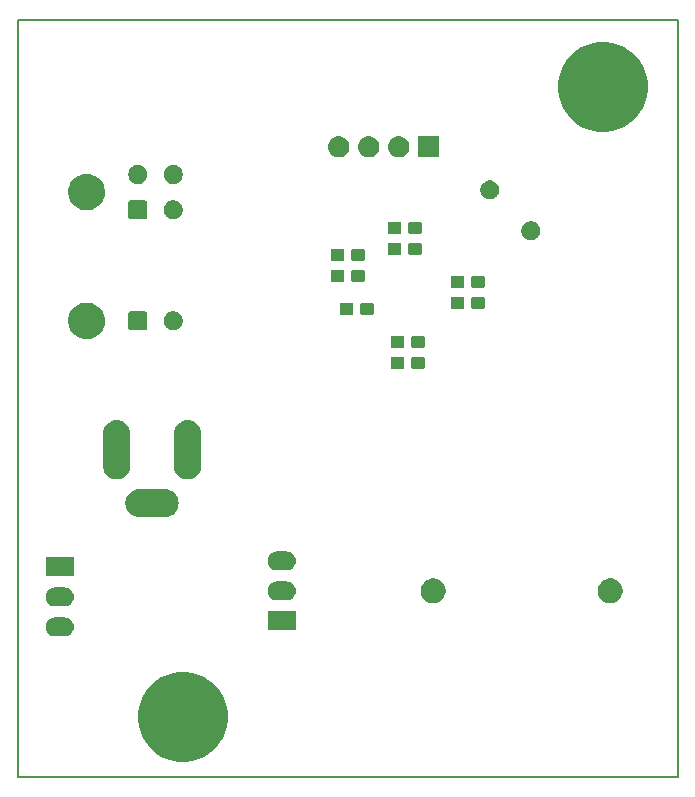
<source format=gbr>
%TF.GenerationSoftware,KiCad,Pcbnew,(5.0.2)-1*%
%TF.CreationDate,2019-02-18T18:23:53-07:00*%
%TF.ProjectId,ParkingSystem,5061726b-696e-4675-9379-7374656d2e6b,v01*%
%TF.SameCoordinates,Original*%
%TF.FileFunction,Soldermask,Bot*%
%TF.FilePolarity,Negative*%
%FSLAX46Y46*%
G04 Gerber Fmt 4.6, Leading zero omitted, Abs format (unit mm)*
G04 Created by KiCad (PCBNEW (5.0.2)-1) date 2019-02-18 6:23:53 PM*
%MOMM*%
%LPD*%
G01*
G04 APERTURE LIST*
%ADD10C,0.200000*%
%ADD11C,0.150000*%
G04 APERTURE END LIST*
D10*
X124460000Y-99060000D02*
X68580000Y-99060000D01*
X124460000Y-35000000D02*
X124460000Y-99060000D01*
X68580000Y-35000000D02*
X124460000Y-35000000D01*
X68580000Y-99060000D02*
X68580000Y-35000000D01*
D11*
G36*
X83658710Y-90325070D02*
X84350447Y-90611597D01*
X84972999Y-91027573D01*
X85502427Y-91557001D01*
X85918403Y-92179553D01*
X86204930Y-92871290D01*
X86351000Y-93605633D01*
X86351000Y-94354367D01*
X86204930Y-95088710D01*
X85918403Y-95780447D01*
X85502427Y-96402999D01*
X84972999Y-96932427D01*
X84350447Y-97348403D01*
X83658710Y-97634930D01*
X82924367Y-97781000D01*
X82175633Y-97781000D01*
X81441290Y-97634930D01*
X80749553Y-97348403D01*
X80127001Y-96932427D01*
X79597573Y-96402999D01*
X79181597Y-95780447D01*
X78895070Y-95088710D01*
X78749000Y-94354367D01*
X78749000Y-93605633D01*
X78895070Y-92871290D01*
X79181597Y-92179553D01*
X79597573Y-91557001D01*
X80127001Y-91027573D01*
X80749553Y-90611597D01*
X81441290Y-90325070D01*
X82175633Y-90179000D01*
X82924367Y-90179000D01*
X83658710Y-90325070D01*
X83658710Y-90325070D01*
G37*
G36*
X72693025Y-85570590D02*
X72844012Y-85616392D01*
X72983165Y-85690770D01*
X73105133Y-85790867D01*
X73205230Y-85912835D01*
X73279608Y-86051988D01*
X73325410Y-86202975D01*
X73340875Y-86360000D01*
X73325410Y-86517025D01*
X73279608Y-86668012D01*
X73205230Y-86807165D01*
X73105133Y-86929133D01*
X72983165Y-87029230D01*
X72844012Y-87103608D01*
X72693025Y-87149410D01*
X72575346Y-87161000D01*
X71696654Y-87161000D01*
X71578975Y-87149410D01*
X71427988Y-87103608D01*
X71288835Y-87029230D01*
X71166867Y-86929133D01*
X71066770Y-86807165D01*
X70992392Y-86668012D01*
X70946590Y-86517025D01*
X70931125Y-86360000D01*
X70946590Y-86202975D01*
X70992392Y-86051988D01*
X71066770Y-85912835D01*
X71166867Y-85790867D01*
X71288835Y-85690770D01*
X71427988Y-85616392D01*
X71578975Y-85570590D01*
X71696654Y-85559000D01*
X72575346Y-85559000D01*
X72693025Y-85570590D01*
X72693025Y-85570590D01*
G37*
G36*
X92133000Y-86653000D02*
X89731000Y-86653000D01*
X89731000Y-85051000D01*
X92133000Y-85051000D01*
X92133000Y-86653000D01*
X92133000Y-86653000D01*
G37*
G36*
X72693025Y-83030590D02*
X72844012Y-83076392D01*
X72983165Y-83150770D01*
X73105133Y-83250867D01*
X73205230Y-83372835D01*
X73279608Y-83511988D01*
X73325410Y-83662975D01*
X73340875Y-83820000D01*
X73325410Y-83977025D01*
X73279608Y-84128012D01*
X73205230Y-84267165D01*
X73105133Y-84389133D01*
X72983165Y-84489230D01*
X72844012Y-84563608D01*
X72693025Y-84609410D01*
X72575346Y-84621000D01*
X71696654Y-84621000D01*
X71578975Y-84609410D01*
X71427988Y-84563608D01*
X71288835Y-84489230D01*
X71166867Y-84389133D01*
X71066770Y-84267165D01*
X70992392Y-84128012D01*
X70946590Y-83977025D01*
X70931125Y-83820000D01*
X70946590Y-83662975D01*
X70992392Y-83511988D01*
X71066770Y-83372835D01*
X71166867Y-83250867D01*
X71288835Y-83150770D01*
X71427988Y-83076392D01*
X71578975Y-83030590D01*
X71696654Y-83019000D01*
X72575346Y-83019000D01*
X72693025Y-83030590D01*
X72693025Y-83030590D01*
G37*
G36*
X119058565Y-82301389D02*
X119249834Y-82380615D01*
X119421976Y-82495637D01*
X119568363Y-82642024D01*
X119683385Y-82814166D01*
X119762611Y-83005435D01*
X119803000Y-83208484D01*
X119803000Y-83415516D01*
X119762611Y-83618565D01*
X119683385Y-83809834D01*
X119568363Y-83981976D01*
X119421976Y-84128363D01*
X119249834Y-84243385D01*
X119058565Y-84322611D01*
X118855516Y-84363000D01*
X118648484Y-84363000D01*
X118445435Y-84322611D01*
X118254166Y-84243385D01*
X118082024Y-84128363D01*
X117935637Y-83981976D01*
X117820615Y-83809834D01*
X117741389Y-83618565D01*
X117701000Y-83415516D01*
X117701000Y-83208484D01*
X117741389Y-83005435D01*
X117820615Y-82814166D01*
X117935637Y-82642024D01*
X118082024Y-82495637D01*
X118254166Y-82380615D01*
X118445435Y-82301389D01*
X118648484Y-82261000D01*
X118855516Y-82261000D01*
X119058565Y-82301389D01*
X119058565Y-82301389D01*
G37*
G36*
X104058565Y-82301389D02*
X104249834Y-82380615D01*
X104421976Y-82495637D01*
X104568363Y-82642024D01*
X104683385Y-82814166D01*
X104762611Y-83005435D01*
X104803000Y-83208484D01*
X104803000Y-83415516D01*
X104762611Y-83618565D01*
X104683385Y-83809834D01*
X104568363Y-83981976D01*
X104421976Y-84128363D01*
X104249834Y-84243385D01*
X104058565Y-84322611D01*
X103855516Y-84363000D01*
X103648484Y-84363000D01*
X103445435Y-84322611D01*
X103254166Y-84243385D01*
X103082024Y-84128363D01*
X102935637Y-83981976D01*
X102820615Y-83809834D01*
X102741389Y-83618565D01*
X102701000Y-83415516D01*
X102701000Y-83208484D01*
X102741389Y-83005435D01*
X102820615Y-82814166D01*
X102935637Y-82642024D01*
X103082024Y-82495637D01*
X103254166Y-82380615D01*
X103445435Y-82301389D01*
X103648484Y-82261000D01*
X103855516Y-82261000D01*
X104058565Y-82301389D01*
X104058565Y-82301389D01*
G37*
G36*
X91489025Y-82522590D02*
X91640012Y-82568392D01*
X91779165Y-82642770D01*
X91901133Y-82742867D01*
X92001230Y-82864835D01*
X92075608Y-83003988D01*
X92121410Y-83154975D01*
X92136875Y-83312000D01*
X92121410Y-83469025D01*
X92075608Y-83620012D01*
X92001230Y-83759165D01*
X91901133Y-83881133D01*
X91779165Y-83981230D01*
X91640012Y-84055608D01*
X91489025Y-84101410D01*
X91371346Y-84113000D01*
X90492654Y-84113000D01*
X90374975Y-84101410D01*
X90223988Y-84055608D01*
X90084835Y-83981230D01*
X89962867Y-83881133D01*
X89862770Y-83759165D01*
X89788392Y-83620012D01*
X89742590Y-83469025D01*
X89727125Y-83312000D01*
X89742590Y-83154975D01*
X89788392Y-83003988D01*
X89862770Y-82864835D01*
X89962867Y-82742867D01*
X90084835Y-82642770D01*
X90223988Y-82568392D01*
X90374975Y-82522590D01*
X90492654Y-82511000D01*
X91371346Y-82511000D01*
X91489025Y-82522590D01*
X91489025Y-82522590D01*
G37*
G36*
X73337000Y-82081000D02*
X70935000Y-82081000D01*
X70935000Y-80479000D01*
X73337000Y-80479000D01*
X73337000Y-82081000D01*
X73337000Y-82081000D01*
G37*
G36*
X91489025Y-79982590D02*
X91640012Y-80028392D01*
X91779165Y-80102770D01*
X91901133Y-80202867D01*
X92001230Y-80324835D01*
X92075608Y-80463988D01*
X92121410Y-80614975D01*
X92136875Y-80772000D01*
X92121410Y-80929025D01*
X92075608Y-81080012D01*
X92001230Y-81219165D01*
X91901133Y-81341133D01*
X91779165Y-81441230D01*
X91640012Y-81515608D01*
X91489025Y-81561410D01*
X91371346Y-81573000D01*
X90492654Y-81573000D01*
X90374975Y-81561410D01*
X90223988Y-81515608D01*
X90084835Y-81441230D01*
X89962867Y-81341133D01*
X89862770Y-81219165D01*
X89788392Y-81080012D01*
X89742590Y-80929025D01*
X89727125Y-80772000D01*
X89742590Y-80614975D01*
X89788392Y-80463988D01*
X89862770Y-80324835D01*
X89962867Y-80202867D01*
X90084835Y-80102770D01*
X90223988Y-80028392D01*
X90374975Y-79982590D01*
X90492654Y-79971000D01*
X91371346Y-79971000D01*
X91489025Y-79982590D01*
X91489025Y-79982590D01*
G37*
G36*
X81177537Y-74711472D02*
X81263556Y-74719944D01*
X81410712Y-74764583D01*
X81484291Y-74786903D01*
X81593027Y-74845024D01*
X81687720Y-74895639D01*
X81687722Y-74895640D01*
X81687721Y-74895640D01*
X81866028Y-75041972D01*
X82012360Y-75220279D01*
X82121097Y-75423709D01*
X82121097Y-75423710D01*
X82188056Y-75644444D01*
X82210665Y-75874000D01*
X82188056Y-76103556D01*
X82143417Y-76250712D01*
X82121097Y-76324291D01*
X82062976Y-76433027D01*
X82012361Y-76527720D01*
X81866028Y-76706028D01*
X81687720Y-76852361D01*
X81593027Y-76902976D01*
X81484291Y-76961097D01*
X81410712Y-76983417D01*
X81263556Y-77028056D01*
X81177537Y-77036528D01*
X81091520Y-77045000D01*
X78816480Y-77045000D01*
X78730463Y-77036528D01*
X78644444Y-77028056D01*
X78497288Y-76983417D01*
X78423709Y-76961097D01*
X78314973Y-76902976D01*
X78220280Y-76852361D01*
X78041972Y-76706028D01*
X77895639Y-76527720D01*
X77845024Y-76433027D01*
X77786903Y-76324291D01*
X77764583Y-76250712D01*
X77719944Y-76103556D01*
X77697335Y-75874000D01*
X77719944Y-75644444D01*
X77786903Y-75423710D01*
X77786903Y-75423709D01*
X77895640Y-75220279D01*
X78041972Y-75041972D01*
X78220279Y-74895640D01*
X78220278Y-74895640D01*
X78220280Y-74895639D01*
X78314973Y-74845024D01*
X78423709Y-74786903D01*
X78497288Y-74764583D01*
X78644444Y-74719944D01*
X78730463Y-74711472D01*
X78816480Y-74703000D01*
X81091520Y-74703000D01*
X81177537Y-74711472D01*
X81177537Y-74711472D01*
G37*
G36*
X77183555Y-68889944D02*
X77330711Y-68934583D01*
X77404290Y-68956903D01*
X77584451Y-69053202D01*
X77607719Y-69065639D01*
X77786028Y-69211972D01*
X77786029Y-69211974D01*
X77786031Y-69211975D01*
X77895778Y-69345703D01*
X77932361Y-69390280D01*
X77982976Y-69484973D01*
X78041097Y-69593709D01*
X78063417Y-69667288D01*
X78108056Y-69814444D01*
X78125000Y-69986482D01*
X78125000Y-72761518D01*
X78108056Y-72933556D01*
X78063417Y-73080712D01*
X78041097Y-73154291D01*
X77982976Y-73263027D01*
X77932361Y-73357720D01*
X77786028Y-73536028D01*
X77607720Y-73682361D01*
X77513027Y-73732976D01*
X77404291Y-73791097D01*
X77330712Y-73813417D01*
X77183556Y-73858056D01*
X76954000Y-73880665D01*
X76724445Y-73858056D01*
X76577289Y-73813417D01*
X76503710Y-73791097D01*
X76394974Y-73732976D01*
X76300281Y-73682361D01*
X76121973Y-73536028D01*
X75975640Y-73357720D01*
X75925025Y-73263027D01*
X75866904Y-73154291D01*
X75844584Y-73080712D01*
X75799945Y-72933556D01*
X75783001Y-72761518D01*
X75783000Y-69986483D01*
X75799944Y-69814445D01*
X75866903Y-69593711D01*
X75866903Y-69593710D01*
X75975638Y-69390283D01*
X75975639Y-69390281D01*
X76121972Y-69211972D01*
X76121974Y-69211971D01*
X76121975Y-69211969D01*
X76300279Y-69065640D01*
X76300278Y-69065640D01*
X76300280Y-69065639D01*
X76394973Y-69015024D01*
X76503709Y-68956903D01*
X76577288Y-68934583D01*
X76724444Y-68889944D01*
X76954000Y-68867335D01*
X77183555Y-68889944D01*
X77183555Y-68889944D01*
G37*
G36*
X83183555Y-68889944D02*
X83330711Y-68934583D01*
X83404290Y-68956903D01*
X83584451Y-69053202D01*
X83607719Y-69065639D01*
X83786028Y-69211972D01*
X83786029Y-69211974D01*
X83786031Y-69211975D01*
X83895778Y-69345703D01*
X83932361Y-69390280D01*
X83982976Y-69484973D01*
X84041097Y-69593709D01*
X84063417Y-69667288D01*
X84108056Y-69814444D01*
X84125000Y-69986482D01*
X84125000Y-72761518D01*
X84108056Y-72933556D01*
X84063417Y-73080712D01*
X84041097Y-73154291D01*
X83982976Y-73263027D01*
X83932361Y-73357720D01*
X83786028Y-73536028D01*
X83607720Y-73682361D01*
X83513027Y-73732976D01*
X83404291Y-73791097D01*
X83330712Y-73813417D01*
X83183556Y-73858056D01*
X82954000Y-73880665D01*
X82724445Y-73858056D01*
X82577289Y-73813417D01*
X82503710Y-73791097D01*
X82394974Y-73732976D01*
X82300281Y-73682361D01*
X82121973Y-73536028D01*
X81975640Y-73357720D01*
X81925025Y-73263027D01*
X81866904Y-73154291D01*
X81844584Y-73080712D01*
X81799945Y-72933556D01*
X81783001Y-72761518D01*
X81783000Y-69986483D01*
X81799944Y-69814445D01*
X81866903Y-69593711D01*
X81866903Y-69593710D01*
X81975638Y-69390283D01*
X81975639Y-69390281D01*
X82121972Y-69211972D01*
X82121974Y-69211971D01*
X82121975Y-69211969D01*
X82300279Y-69065640D01*
X82300278Y-69065640D01*
X82300280Y-69065639D01*
X82394973Y-69015024D01*
X82503709Y-68956903D01*
X82577288Y-68934583D01*
X82724444Y-68889944D01*
X82954000Y-68867335D01*
X83183555Y-68889944D01*
X83183555Y-68889944D01*
G37*
G36*
X102889499Y-63486445D02*
X102926993Y-63497819D01*
X102961557Y-63516294D01*
X102991847Y-63541153D01*
X103016706Y-63571443D01*
X103035181Y-63606007D01*
X103046555Y-63643501D01*
X103051000Y-63688638D01*
X103051000Y-64327362D01*
X103046555Y-64372499D01*
X103035181Y-64409993D01*
X103016706Y-64444557D01*
X102991847Y-64474847D01*
X102961557Y-64499706D01*
X102926993Y-64518181D01*
X102889499Y-64529555D01*
X102844362Y-64534000D01*
X102105638Y-64534000D01*
X102060501Y-64529555D01*
X102023007Y-64518181D01*
X101988443Y-64499706D01*
X101958153Y-64474847D01*
X101933294Y-64444557D01*
X101914819Y-64409993D01*
X101903445Y-64372499D01*
X101899000Y-64327362D01*
X101899000Y-63688638D01*
X101903445Y-63643501D01*
X101914819Y-63606007D01*
X101933294Y-63571443D01*
X101958153Y-63541153D01*
X101988443Y-63516294D01*
X102023007Y-63497819D01*
X102060501Y-63486445D01*
X102105638Y-63482000D01*
X102844362Y-63482000D01*
X102889499Y-63486445D01*
X102889499Y-63486445D01*
G37*
G36*
X101139499Y-63486445D02*
X101176993Y-63497819D01*
X101211557Y-63516294D01*
X101241847Y-63541153D01*
X101266706Y-63571443D01*
X101285181Y-63606007D01*
X101296555Y-63643501D01*
X101301000Y-63688638D01*
X101301000Y-64327362D01*
X101296555Y-64372499D01*
X101285181Y-64409993D01*
X101266706Y-64444557D01*
X101241847Y-64474847D01*
X101211557Y-64499706D01*
X101176993Y-64518181D01*
X101139499Y-64529555D01*
X101094362Y-64534000D01*
X100355638Y-64534000D01*
X100310501Y-64529555D01*
X100273007Y-64518181D01*
X100238443Y-64499706D01*
X100208153Y-64474847D01*
X100183294Y-64444557D01*
X100164819Y-64409993D01*
X100153445Y-64372499D01*
X100149000Y-64327362D01*
X100149000Y-63688638D01*
X100153445Y-63643501D01*
X100164819Y-63606007D01*
X100183294Y-63571443D01*
X100208153Y-63541153D01*
X100238443Y-63516294D01*
X100273007Y-63497819D01*
X100310501Y-63486445D01*
X100355638Y-63482000D01*
X101094362Y-63482000D01*
X101139499Y-63486445D01*
X101139499Y-63486445D01*
G37*
G36*
X102889499Y-61708445D02*
X102926993Y-61719819D01*
X102961557Y-61738294D01*
X102991847Y-61763153D01*
X103016706Y-61793443D01*
X103035181Y-61828007D01*
X103046555Y-61865501D01*
X103051000Y-61910638D01*
X103051000Y-62549362D01*
X103046555Y-62594499D01*
X103035181Y-62631993D01*
X103016706Y-62666557D01*
X102991847Y-62696847D01*
X102961557Y-62721706D01*
X102926993Y-62740181D01*
X102889499Y-62751555D01*
X102844362Y-62756000D01*
X102105638Y-62756000D01*
X102060501Y-62751555D01*
X102023007Y-62740181D01*
X101988443Y-62721706D01*
X101958153Y-62696847D01*
X101933294Y-62666557D01*
X101914819Y-62631993D01*
X101903445Y-62594499D01*
X101899000Y-62549362D01*
X101899000Y-61910638D01*
X101903445Y-61865501D01*
X101914819Y-61828007D01*
X101933294Y-61793443D01*
X101958153Y-61763153D01*
X101988443Y-61738294D01*
X102023007Y-61719819D01*
X102060501Y-61708445D01*
X102105638Y-61704000D01*
X102844362Y-61704000D01*
X102889499Y-61708445D01*
X102889499Y-61708445D01*
G37*
G36*
X101139499Y-61708445D02*
X101176993Y-61719819D01*
X101211557Y-61738294D01*
X101241847Y-61763153D01*
X101266706Y-61793443D01*
X101285181Y-61828007D01*
X101296555Y-61865501D01*
X101301000Y-61910638D01*
X101301000Y-62549362D01*
X101296555Y-62594499D01*
X101285181Y-62631993D01*
X101266706Y-62666557D01*
X101241847Y-62696847D01*
X101211557Y-62721706D01*
X101176993Y-62740181D01*
X101139499Y-62751555D01*
X101094362Y-62756000D01*
X100355638Y-62756000D01*
X100310501Y-62751555D01*
X100273007Y-62740181D01*
X100238443Y-62721706D01*
X100208153Y-62696847D01*
X100183294Y-62666557D01*
X100164819Y-62631993D01*
X100153445Y-62594499D01*
X100149000Y-62549362D01*
X100149000Y-61910638D01*
X100153445Y-61865501D01*
X100164819Y-61828007D01*
X100183294Y-61793443D01*
X100208153Y-61763153D01*
X100238443Y-61738294D01*
X100273007Y-61719819D01*
X100310501Y-61708445D01*
X100355638Y-61704000D01*
X101094362Y-61704000D01*
X101139499Y-61708445D01*
X101139499Y-61708445D01*
G37*
G36*
X74697534Y-58925819D02*
X74872410Y-58960604D01*
X75154674Y-59077521D01*
X75408705Y-59247259D01*
X75624741Y-59463295D01*
X75794479Y-59717326D01*
X75911396Y-59999590D01*
X75911396Y-59999591D01*
X75971000Y-60299238D01*
X75971000Y-60604762D01*
X75931264Y-60804527D01*
X75911396Y-60904410D01*
X75794479Y-61186674D01*
X75624741Y-61440705D01*
X75408705Y-61656741D01*
X75154674Y-61826479D01*
X74872410Y-61943396D01*
X74772527Y-61963264D01*
X74572762Y-62003000D01*
X74267238Y-62003000D01*
X74067473Y-61963264D01*
X73967590Y-61943396D01*
X73685326Y-61826479D01*
X73431295Y-61656741D01*
X73215259Y-61440705D01*
X73045521Y-61186674D01*
X72928604Y-60904410D01*
X72908736Y-60804527D01*
X72869000Y-60604762D01*
X72869000Y-60299238D01*
X72928604Y-59999591D01*
X72928604Y-59999590D01*
X73045521Y-59717326D01*
X73215259Y-59463295D01*
X73431295Y-59247259D01*
X73685326Y-59077521D01*
X73967590Y-58960604D01*
X74142466Y-58925819D01*
X74267238Y-58901000D01*
X74572762Y-58901000D01*
X74697534Y-58925819D01*
X74697534Y-58925819D01*
G37*
G36*
X79393043Y-59655122D02*
X79427390Y-59665541D01*
X79459035Y-59682456D01*
X79486777Y-59705223D01*
X79509544Y-59732965D01*
X79526459Y-59764610D01*
X79536878Y-59798957D01*
X79541000Y-59840807D01*
X79541000Y-61063193D01*
X79536878Y-61105043D01*
X79526459Y-61139390D01*
X79509544Y-61171035D01*
X79486777Y-61198777D01*
X79459035Y-61221544D01*
X79427390Y-61238459D01*
X79393043Y-61248878D01*
X79351193Y-61253000D01*
X78128807Y-61253000D01*
X78086957Y-61248878D01*
X78052610Y-61238459D01*
X78020965Y-61221544D01*
X77993223Y-61198777D01*
X77970456Y-61171035D01*
X77953541Y-61139390D01*
X77943122Y-61105043D01*
X77939000Y-61063193D01*
X77939000Y-59840807D01*
X77943122Y-59798957D01*
X77953541Y-59764610D01*
X77970456Y-59732965D01*
X77993223Y-59705223D01*
X78020965Y-59682456D01*
X78052610Y-59665541D01*
X78086957Y-59655122D01*
X78128807Y-59651000D01*
X79351193Y-59651000D01*
X79393043Y-59655122D01*
X79393043Y-59655122D01*
G37*
G36*
X81973643Y-59681781D02*
X82119415Y-59742162D01*
X82250611Y-59829824D01*
X82362176Y-59941389D01*
X82449838Y-60072585D01*
X82510219Y-60218357D01*
X82541000Y-60373107D01*
X82541000Y-60530893D01*
X82510219Y-60685643D01*
X82449838Y-60831415D01*
X82362176Y-60962611D01*
X82250611Y-61074176D01*
X82119415Y-61161838D01*
X81973643Y-61222219D01*
X81818893Y-61253000D01*
X81661107Y-61253000D01*
X81506357Y-61222219D01*
X81360585Y-61161838D01*
X81229389Y-61074176D01*
X81117824Y-60962611D01*
X81030162Y-60831415D01*
X80969781Y-60685643D01*
X80939000Y-60530893D01*
X80939000Y-60373107D01*
X80969781Y-60218357D01*
X81030162Y-60072585D01*
X81117824Y-59941389D01*
X81229389Y-59829824D01*
X81360585Y-59742162D01*
X81506357Y-59681781D01*
X81661107Y-59651000D01*
X81818893Y-59651000D01*
X81973643Y-59681781D01*
X81973643Y-59681781D01*
G37*
G36*
X96821499Y-58914445D02*
X96858993Y-58925819D01*
X96893557Y-58944294D01*
X96923847Y-58969153D01*
X96948706Y-58999443D01*
X96967181Y-59034007D01*
X96978555Y-59071501D01*
X96983000Y-59116638D01*
X96983000Y-59755362D01*
X96978555Y-59800499D01*
X96967181Y-59837993D01*
X96948706Y-59872557D01*
X96923847Y-59902847D01*
X96893557Y-59927706D01*
X96858993Y-59946181D01*
X96821499Y-59957555D01*
X96776362Y-59962000D01*
X96037638Y-59962000D01*
X95992501Y-59957555D01*
X95955007Y-59946181D01*
X95920443Y-59927706D01*
X95890153Y-59902847D01*
X95865294Y-59872557D01*
X95846819Y-59837993D01*
X95835445Y-59800499D01*
X95831000Y-59755362D01*
X95831000Y-59116638D01*
X95835445Y-59071501D01*
X95846819Y-59034007D01*
X95865294Y-58999443D01*
X95890153Y-58969153D01*
X95920443Y-58944294D01*
X95955007Y-58925819D01*
X95992501Y-58914445D01*
X96037638Y-58910000D01*
X96776362Y-58910000D01*
X96821499Y-58914445D01*
X96821499Y-58914445D01*
G37*
G36*
X98571499Y-58914445D02*
X98608993Y-58925819D01*
X98643557Y-58944294D01*
X98673847Y-58969153D01*
X98698706Y-58999443D01*
X98717181Y-59034007D01*
X98728555Y-59071501D01*
X98733000Y-59116638D01*
X98733000Y-59755362D01*
X98728555Y-59800499D01*
X98717181Y-59837993D01*
X98698706Y-59872557D01*
X98673847Y-59902847D01*
X98643557Y-59927706D01*
X98608993Y-59946181D01*
X98571499Y-59957555D01*
X98526362Y-59962000D01*
X97787638Y-59962000D01*
X97742501Y-59957555D01*
X97705007Y-59946181D01*
X97670443Y-59927706D01*
X97640153Y-59902847D01*
X97615294Y-59872557D01*
X97596819Y-59837993D01*
X97585445Y-59800499D01*
X97581000Y-59755362D01*
X97581000Y-59116638D01*
X97585445Y-59071501D01*
X97596819Y-59034007D01*
X97615294Y-58999443D01*
X97640153Y-58969153D01*
X97670443Y-58944294D01*
X97705007Y-58925819D01*
X97742501Y-58914445D01*
X97787638Y-58910000D01*
X98526362Y-58910000D01*
X98571499Y-58914445D01*
X98571499Y-58914445D01*
G37*
G36*
X106219499Y-58406445D02*
X106256993Y-58417819D01*
X106291557Y-58436294D01*
X106321847Y-58461153D01*
X106346706Y-58491443D01*
X106365181Y-58526007D01*
X106376555Y-58563501D01*
X106381000Y-58608638D01*
X106381000Y-59247362D01*
X106376555Y-59292499D01*
X106365181Y-59329993D01*
X106346706Y-59364557D01*
X106321847Y-59394847D01*
X106291557Y-59419706D01*
X106256993Y-59438181D01*
X106219499Y-59449555D01*
X106174362Y-59454000D01*
X105435638Y-59454000D01*
X105390501Y-59449555D01*
X105353007Y-59438181D01*
X105318443Y-59419706D01*
X105288153Y-59394847D01*
X105263294Y-59364557D01*
X105244819Y-59329993D01*
X105233445Y-59292499D01*
X105229000Y-59247362D01*
X105229000Y-58608638D01*
X105233445Y-58563501D01*
X105244819Y-58526007D01*
X105263294Y-58491443D01*
X105288153Y-58461153D01*
X105318443Y-58436294D01*
X105353007Y-58417819D01*
X105390501Y-58406445D01*
X105435638Y-58402000D01*
X106174362Y-58402000D01*
X106219499Y-58406445D01*
X106219499Y-58406445D01*
G37*
G36*
X107969499Y-58406445D02*
X108006993Y-58417819D01*
X108041557Y-58436294D01*
X108071847Y-58461153D01*
X108096706Y-58491443D01*
X108115181Y-58526007D01*
X108126555Y-58563501D01*
X108131000Y-58608638D01*
X108131000Y-59247362D01*
X108126555Y-59292499D01*
X108115181Y-59329993D01*
X108096706Y-59364557D01*
X108071847Y-59394847D01*
X108041557Y-59419706D01*
X108006993Y-59438181D01*
X107969499Y-59449555D01*
X107924362Y-59454000D01*
X107185638Y-59454000D01*
X107140501Y-59449555D01*
X107103007Y-59438181D01*
X107068443Y-59419706D01*
X107038153Y-59394847D01*
X107013294Y-59364557D01*
X106994819Y-59329993D01*
X106983445Y-59292499D01*
X106979000Y-59247362D01*
X106979000Y-58608638D01*
X106983445Y-58563501D01*
X106994819Y-58526007D01*
X107013294Y-58491443D01*
X107038153Y-58461153D01*
X107068443Y-58436294D01*
X107103007Y-58417819D01*
X107140501Y-58406445D01*
X107185638Y-58402000D01*
X107924362Y-58402000D01*
X107969499Y-58406445D01*
X107969499Y-58406445D01*
G37*
G36*
X107969499Y-56628445D02*
X108006993Y-56639819D01*
X108041557Y-56658294D01*
X108071847Y-56683153D01*
X108096706Y-56713443D01*
X108115181Y-56748007D01*
X108126555Y-56785501D01*
X108131000Y-56830638D01*
X108131000Y-57469362D01*
X108126555Y-57514499D01*
X108115181Y-57551993D01*
X108096706Y-57586557D01*
X108071847Y-57616847D01*
X108041557Y-57641706D01*
X108006993Y-57660181D01*
X107969499Y-57671555D01*
X107924362Y-57676000D01*
X107185638Y-57676000D01*
X107140501Y-57671555D01*
X107103007Y-57660181D01*
X107068443Y-57641706D01*
X107038153Y-57616847D01*
X107013294Y-57586557D01*
X106994819Y-57551993D01*
X106983445Y-57514499D01*
X106979000Y-57469362D01*
X106979000Y-56830638D01*
X106983445Y-56785501D01*
X106994819Y-56748007D01*
X107013294Y-56713443D01*
X107038153Y-56683153D01*
X107068443Y-56658294D01*
X107103007Y-56639819D01*
X107140501Y-56628445D01*
X107185638Y-56624000D01*
X107924362Y-56624000D01*
X107969499Y-56628445D01*
X107969499Y-56628445D01*
G37*
G36*
X106219499Y-56628445D02*
X106256993Y-56639819D01*
X106291557Y-56658294D01*
X106321847Y-56683153D01*
X106346706Y-56713443D01*
X106365181Y-56748007D01*
X106376555Y-56785501D01*
X106381000Y-56830638D01*
X106381000Y-57469362D01*
X106376555Y-57514499D01*
X106365181Y-57551993D01*
X106346706Y-57586557D01*
X106321847Y-57616847D01*
X106291557Y-57641706D01*
X106256993Y-57660181D01*
X106219499Y-57671555D01*
X106174362Y-57676000D01*
X105435638Y-57676000D01*
X105390501Y-57671555D01*
X105353007Y-57660181D01*
X105318443Y-57641706D01*
X105288153Y-57616847D01*
X105263294Y-57586557D01*
X105244819Y-57551993D01*
X105233445Y-57514499D01*
X105229000Y-57469362D01*
X105229000Y-56830638D01*
X105233445Y-56785501D01*
X105244819Y-56748007D01*
X105263294Y-56713443D01*
X105288153Y-56683153D01*
X105318443Y-56658294D01*
X105353007Y-56639819D01*
X105390501Y-56628445D01*
X105435638Y-56624000D01*
X106174362Y-56624000D01*
X106219499Y-56628445D01*
X106219499Y-56628445D01*
G37*
G36*
X96059499Y-56120445D02*
X96096993Y-56131819D01*
X96131557Y-56150294D01*
X96161847Y-56175153D01*
X96186706Y-56205443D01*
X96205181Y-56240007D01*
X96216555Y-56277501D01*
X96221000Y-56322638D01*
X96221000Y-56961362D01*
X96216555Y-57006499D01*
X96205181Y-57043993D01*
X96186706Y-57078557D01*
X96161847Y-57108847D01*
X96131557Y-57133706D01*
X96096993Y-57152181D01*
X96059499Y-57163555D01*
X96014362Y-57168000D01*
X95275638Y-57168000D01*
X95230501Y-57163555D01*
X95193007Y-57152181D01*
X95158443Y-57133706D01*
X95128153Y-57108847D01*
X95103294Y-57078557D01*
X95084819Y-57043993D01*
X95073445Y-57006499D01*
X95069000Y-56961362D01*
X95069000Y-56322638D01*
X95073445Y-56277501D01*
X95084819Y-56240007D01*
X95103294Y-56205443D01*
X95128153Y-56175153D01*
X95158443Y-56150294D01*
X95193007Y-56131819D01*
X95230501Y-56120445D01*
X95275638Y-56116000D01*
X96014362Y-56116000D01*
X96059499Y-56120445D01*
X96059499Y-56120445D01*
G37*
G36*
X97809499Y-56120445D02*
X97846993Y-56131819D01*
X97881557Y-56150294D01*
X97911847Y-56175153D01*
X97936706Y-56205443D01*
X97955181Y-56240007D01*
X97966555Y-56277501D01*
X97971000Y-56322638D01*
X97971000Y-56961362D01*
X97966555Y-57006499D01*
X97955181Y-57043993D01*
X97936706Y-57078557D01*
X97911847Y-57108847D01*
X97881557Y-57133706D01*
X97846993Y-57152181D01*
X97809499Y-57163555D01*
X97764362Y-57168000D01*
X97025638Y-57168000D01*
X96980501Y-57163555D01*
X96943007Y-57152181D01*
X96908443Y-57133706D01*
X96878153Y-57108847D01*
X96853294Y-57078557D01*
X96834819Y-57043993D01*
X96823445Y-57006499D01*
X96819000Y-56961362D01*
X96819000Y-56322638D01*
X96823445Y-56277501D01*
X96834819Y-56240007D01*
X96853294Y-56205443D01*
X96878153Y-56175153D01*
X96908443Y-56150294D01*
X96943007Y-56131819D01*
X96980501Y-56120445D01*
X97025638Y-56116000D01*
X97764362Y-56116000D01*
X97809499Y-56120445D01*
X97809499Y-56120445D01*
G37*
G36*
X96059499Y-54342445D02*
X96096993Y-54353819D01*
X96131557Y-54372294D01*
X96161847Y-54397153D01*
X96186706Y-54427443D01*
X96205181Y-54462007D01*
X96216555Y-54499501D01*
X96221000Y-54544638D01*
X96221000Y-55183362D01*
X96216555Y-55228499D01*
X96205181Y-55265993D01*
X96186706Y-55300557D01*
X96161847Y-55330847D01*
X96131557Y-55355706D01*
X96096993Y-55374181D01*
X96059499Y-55385555D01*
X96014362Y-55390000D01*
X95275638Y-55390000D01*
X95230501Y-55385555D01*
X95193007Y-55374181D01*
X95158443Y-55355706D01*
X95128153Y-55330847D01*
X95103294Y-55300557D01*
X95084819Y-55265993D01*
X95073445Y-55228499D01*
X95069000Y-55183362D01*
X95069000Y-54544638D01*
X95073445Y-54499501D01*
X95084819Y-54462007D01*
X95103294Y-54427443D01*
X95128153Y-54397153D01*
X95158443Y-54372294D01*
X95193007Y-54353819D01*
X95230501Y-54342445D01*
X95275638Y-54338000D01*
X96014362Y-54338000D01*
X96059499Y-54342445D01*
X96059499Y-54342445D01*
G37*
G36*
X97809499Y-54342445D02*
X97846993Y-54353819D01*
X97881557Y-54372294D01*
X97911847Y-54397153D01*
X97936706Y-54427443D01*
X97955181Y-54462007D01*
X97966555Y-54499501D01*
X97971000Y-54544638D01*
X97971000Y-55183362D01*
X97966555Y-55228499D01*
X97955181Y-55265993D01*
X97936706Y-55300557D01*
X97911847Y-55330847D01*
X97881557Y-55355706D01*
X97846993Y-55374181D01*
X97809499Y-55385555D01*
X97764362Y-55390000D01*
X97025638Y-55390000D01*
X96980501Y-55385555D01*
X96943007Y-55374181D01*
X96908443Y-55355706D01*
X96878153Y-55330847D01*
X96853294Y-55300557D01*
X96834819Y-55265993D01*
X96823445Y-55228499D01*
X96819000Y-55183362D01*
X96819000Y-54544638D01*
X96823445Y-54499501D01*
X96834819Y-54462007D01*
X96853294Y-54427443D01*
X96878153Y-54397153D01*
X96908443Y-54372294D01*
X96943007Y-54353819D01*
X96980501Y-54342445D01*
X97025638Y-54338000D01*
X97764362Y-54338000D01*
X97809499Y-54342445D01*
X97809499Y-54342445D01*
G37*
G36*
X102635499Y-53834445D02*
X102672993Y-53845819D01*
X102707557Y-53864294D01*
X102737847Y-53889153D01*
X102762706Y-53919443D01*
X102781181Y-53954007D01*
X102792555Y-53991501D01*
X102797000Y-54036638D01*
X102797000Y-54675362D01*
X102792555Y-54720499D01*
X102781181Y-54757993D01*
X102762706Y-54792557D01*
X102737847Y-54822847D01*
X102707557Y-54847706D01*
X102672993Y-54866181D01*
X102635499Y-54877555D01*
X102590362Y-54882000D01*
X101851638Y-54882000D01*
X101806501Y-54877555D01*
X101769007Y-54866181D01*
X101734443Y-54847706D01*
X101704153Y-54822847D01*
X101679294Y-54792557D01*
X101660819Y-54757993D01*
X101649445Y-54720499D01*
X101645000Y-54675362D01*
X101645000Y-54036638D01*
X101649445Y-53991501D01*
X101660819Y-53954007D01*
X101679294Y-53919443D01*
X101704153Y-53889153D01*
X101734443Y-53864294D01*
X101769007Y-53845819D01*
X101806501Y-53834445D01*
X101851638Y-53830000D01*
X102590362Y-53830000D01*
X102635499Y-53834445D01*
X102635499Y-53834445D01*
G37*
G36*
X100885499Y-53834445D02*
X100922993Y-53845819D01*
X100957557Y-53864294D01*
X100987847Y-53889153D01*
X101012706Y-53919443D01*
X101031181Y-53954007D01*
X101042555Y-53991501D01*
X101047000Y-54036638D01*
X101047000Y-54675362D01*
X101042555Y-54720499D01*
X101031181Y-54757993D01*
X101012706Y-54792557D01*
X100987847Y-54822847D01*
X100957557Y-54847706D01*
X100922993Y-54866181D01*
X100885499Y-54877555D01*
X100840362Y-54882000D01*
X100101638Y-54882000D01*
X100056501Y-54877555D01*
X100019007Y-54866181D01*
X99984443Y-54847706D01*
X99954153Y-54822847D01*
X99929294Y-54792557D01*
X99910819Y-54757993D01*
X99899445Y-54720499D01*
X99895000Y-54675362D01*
X99895000Y-54036638D01*
X99899445Y-53991501D01*
X99910819Y-53954007D01*
X99929294Y-53919443D01*
X99954153Y-53889153D01*
X99984443Y-53864294D01*
X100019007Y-53845819D01*
X100056501Y-53834445D01*
X100101638Y-53830000D01*
X100840362Y-53830000D01*
X100885499Y-53834445D01*
X100885499Y-53834445D01*
G37*
G36*
X112247643Y-52061781D02*
X112393415Y-52122162D01*
X112524611Y-52209824D01*
X112636176Y-52321389D01*
X112723838Y-52452585D01*
X112784219Y-52598357D01*
X112815000Y-52753107D01*
X112815000Y-52910893D01*
X112784219Y-53065643D01*
X112723838Y-53211415D01*
X112636176Y-53342611D01*
X112524611Y-53454176D01*
X112393415Y-53541838D01*
X112247643Y-53602219D01*
X112092893Y-53633000D01*
X111935107Y-53633000D01*
X111780357Y-53602219D01*
X111634585Y-53541838D01*
X111503389Y-53454176D01*
X111391824Y-53342611D01*
X111304162Y-53211415D01*
X111243781Y-53065643D01*
X111213000Y-52910893D01*
X111213000Y-52753107D01*
X111243781Y-52598357D01*
X111304162Y-52452585D01*
X111391824Y-52321389D01*
X111503389Y-52209824D01*
X111634585Y-52122162D01*
X111780357Y-52061781D01*
X111935107Y-52031000D01*
X112092893Y-52031000D01*
X112247643Y-52061781D01*
X112247643Y-52061781D01*
G37*
G36*
X100885499Y-52056445D02*
X100922993Y-52067819D01*
X100957557Y-52086294D01*
X100987847Y-52111153D01*
X101012706Y-52141443D01*
X101031181Y-52176007D01*
X101042555Y-52213501D01*
X101047000Y-52258638D01*
X101047000Y-52897362D01*
X101042555Y-52942499D01*
X101031181Y-52979993D01*
X101012706Y-53014557D01*
X100987847Y-53044847D01*
X100957557Y-53069706D01*
X100922993Y-53088181D01*
X100885499Y-53099555D01*
X100840362Y-53104000D01*
X100101638Y-53104000D01*
X100056501Y-53099555D01*
X100019007Y-53088181D01*
X99984443Y-53069706D01*
X99954153Y-53044847D01*
X99929294Y-53014557D01*
X99910819Y-52979993D01*
X99899445Y-52942499D01*
X99895000Y-52897362D01*
X99895000Y-52258638D01*
X99899445Y-52213501D01*
X99910819Y-52176007D01*
X99929294Y-52141443D01*
X99954153Y-52111153D01*
X99984443Y-52086294D01*
X100019007Y-52067819D01*
X100056501Y-52056445D01*
X100101638Y-52052000D01*
X100840362Y-52052000D01*
X100885499Y-52056445D01*
X100885499Y-52056445D01*
G37*
G36*
X102635499Y-52056445D02*
X102672993Y-52067819D01*
X102707557Y-52086294D01*
X102737847Y-52111153D01*
X102762706Y-52141443D01*
X102781181Y-52176007D01*
X102792555Y-52213501D01*
X102797000Y-52258638D01*
X102797000Y-52897362D01*
X102792555Y-52942499D01*
X102781181Y-52979993D01*
X102762706Y-53014557D01*
X102737847Y-53044847D01*
X102707557Y-53069706D01*
X102672993Y-53088181D01*
X102635499Y-53099555D01*
X102590362Y-53104000D01*
X101851638Y-53104000D01*
X101806501Y-53099555D01*
X101769007Y-53088181D01*
X101734443Y-53069706D01*
X101704153Y-53044847D01*
X101679294Y-53014557D01*
X101660819Y-52979993D01*
X101649445Y-52942499D01*
X101645000Y-52897362D01*
X101645000Y-52258638D01*
X101649445Y-52213501D01*
X101660819Y-52176007D01*
X101679294Y-52141443D01*
X101704153Y-52111153D01*
X101734443Y-52086294D01*
X101769007Y-52067819D01*
X101806501Y-52056445D01*
X101851638Y-52052000D01*
X102590362Y-52052000D01*
X102635499Y-52056445D01*
X102635499Y-52056445D01*
G37*
G36*
X81973643Y-50283781D02*
X82119415Y-50344162D01*
X82250611Y-50431824D01*
X82362176Y-50543389D01*
X82449838Y-50674585D01*
X82510219Y-50820357D01*
X82541000Y-50975107D01*
X82541000Y-51132893D01*
X82510219Y-51287643D01*
X82449838Y-51433415D01*
X82362176Y-51564611D01*
X82250611Y-51676176D01*
X82119415Y-51763838D01*
X81973643Y-51824219D01*
X81818893Y-51855000D01*
X81661107Y-51855000D01*
X81506357Y-51824219D01*
X81360585Y-51763838D01*
X81229389Y-51676176D01*
X81117824Y-51564611D01*
X81030162Y-51433415D01*
X80969781Y-51287643D01*
X80939000Y-51132893D01*
X80939000Y-50975107D01*
X80969781Y-50820357D01*
X81030162Y-50674585D01*
X81117824Y-50543389D01*
X81229389Y-50431824D01*
X81360585Y-50344162D01*
X81506357Y-50283781D01*
X81661107Y-50253000D01*
X81818893Y-50253000D01*
X81973643Y-50283781D01*
X81973643Y-50283781D01*
G37*
G36*
X79393043Y-50257122D02*
X79427390Y-50267541D01*
X79459035Y-50284456D01*
X79486777Y-50307223D01*
X79509544Y-50334965D01*
X79526459Y-50366610D01*
X79536878Y-50400957D01*
X79541000Y-50442807D01*
X79541000Y-51665193D01*
X79536878Y-51707043D01*
X79526459Y-51741390D01*
X79509544Y-51773035D01*
X79486777Y-51800777D01*
X79459035Y-51823544D01*
X79427390Y-51840459D01*
X79393043Y-51850878D01*
X79351193Y-51855000D01*
X78128807Y-51855000D01*
X78086957Y-51850878D01*
X78052610Y-51840459D01*
X78020965Y-51823544D01*
X77993223Y-51800777D01*
X77970456Y-51773035D01*
X77953541Y-51741390D01*
X77943122Y-51707043D01*
X77939000Y-51665193D01*
X77939000Y-50442807D01*
X77943122Y-50400957D01*
X77953541Y-50366610D01*
X77970456Y-50334965D01*
X77993223Y-50307223D01*
X78020965Y-50284456D01*
X78052610Y-50267541D01*
X78086957Y-50257122D01*
X78128807Y-50253000D01*
X79351193Y-50253000D01*
X79393043Y-50257122D01*
X79393043Y-50257122D01*
G37*
G36*
X74772527Y-48042736D02*
X74872410Y-48062604D01*
X75154674Y-48179521D01*
X75408705Y-48349259D01*
X75624741Y-48565295D01*
X75794479Y-48819326D01*
X75864247Y-48987762D01*
X75911396Y-49101591D01*
X75971000Y-49401238D01*
X75971000Y-49706762D01*
X75931264Y-49906527D01*
X75911396Y-50006410D01*
X75794479Y-50288674D01*
X75624741Y-50542705D01*
X75408705Y-50758741D01*
X75154674Y-50928479D01*
X74872410Y-51045396D01*
X74772527Y-51065264D01*
X74572762Y-51105000D01*
X74267238Y-51105000D01*
X74067473Y-51065264D01*
X73967590Y-51045396D01*
X73685326Y-50928479D01*
X73431295Y-50758741D01*
X73215259Y-50542705D01*
X73045521Y-50288674D01*
X72928604Y-50006410D01*
X72908736Y-49906527D01*
X72869000Y-49706762D01*
X72869000Y-49401238D01*
X72928604Y-49101591D01*
X72975753Y-48987762D01*
X73045521Y-48819326D01*
X73215259Y-48565295D01*
X73431295Y-48349259D01*
X73685326Y-48179521D01*
X73967590Y-48062604D01*
X74067473Y-48042736D01*
X74267238Y-48003000D01*
X74572762Y-48003000D01*
X74772527Y-48042736D01*
X74772527Y-48042736D01*
G37*
G36*
X108782820Y-48596958D02*
X108928592Y-48657339D01*
X109059788Y-48745001D01*
X109171353Y-48856566D01*
X109259015Y-48987762D01*
X109319396Y-49133534D01*
X109350177Y-49288284D01*
X109350177Y-49446070D01*
X109319396Y-49600820D01*
X109259015Y-49746592D01*
X109171353Y-49877788D01*
X109059788Y-49989353D01*
X108928592Y-50077015D01*
X108782820Y-50137396D01*
X108628070Y-50168177D01*
X108470284Y-50168177D01*
X108315534Y-50137396D01*
X108169762Y-50077015D01*
X108038566Y-49989353D01*
X107927001Y-49877788D01*
X107839339Y-49746592D01*
X107778958Y-49600820D01*
X107748177Y-49446070D01*
X107748177Y-49288284D01*
X107778958Y-49133534D01*
X107839339Y-48987762D01*
X107927001Y-48856566D01*
X108038566Y-48745001D01*
X108169762Y-48657339D01*
X108315534Y-48596958D01*
X108470284Y-48566177D01*
X108628070Y-48566177D01*
X108782820Y-48596958D01*
X108782820Y-48596958D01*
G37*
G36*
X81973643Y-47283781D02*
X82119415Y-47344162D01*
X82250611Y-47431824D01*
X82362176Y-47543389D01*
X82449838Y-47674585D01*
X82510219Y-47820357D01*
X82541000Y-47975107D01*
X82541000Y-48132893D01*
X82510219Y-48287643D01*
X82449838Y-48433415D01*
X82362176Y-48564611D01*
X82250611Y-48676176D01*
X82119415Y-48763838D01*
X81973643Y-48824219D01*
X81818893Y-48855000D01*
X81661107Y-48855000D01*
X81506357Y-48824219D01*
X81360585Y-48763838D01*
X81229389Y-48676176D01*
X81117824Y-48564611D01*
X81030162Y-48433415D01*
X80969781Y-48287643D01*
X80939000Y-48132893D01*
X80939000Y-47975107D01*
X80969781Y-47820357D01*
X81030162Y-47674585D01*
X81117824Y-47543389D01*
X81229389Y-47431824D01*
X81360585Y-47344162D01*
X81506357Y-47283781D01*
X81661107Y-47253000D01*
X81818893Y-47253000D01*
X81973643Y-47283781D01*
X81973643Y-47283781D01*
G37*
G36*
X78973643Y-47283781D02*
X79119415Y-47344162D01*
X79250611Y-47431824D01*
X79362176Y-47543389D01*
X79449838Y-47674585D01*
X79510219Y-47820357D01*
X79541000Y-47975107D01*
X79541000Y-48132893D01*
X79510219Y-48287643D01*
X79449838Y-48433415D01*
X79362176Y-48564611D01*
X79250611Y-48676176D01*
X79119415Y-48763838D01*
X78973643Y-48824219D01*
X78818893Y-48855000D01*
X78661107Y-48855000D01*
X78506357Y-48824219D01*
X78360585Y-48763838D01*
X78229389Y-48676176D01*
X78117824Y-48564611D01*
X78030162Y-48433415D01*
X77969781Y-48287643D01*
X77939000Y-48132893D01*
X77939000Y-47975107D01*
X77969781Y-47820357D01*
X78030162Y-47674585D01*
X78117824Y-47543389D01*
X78229389Y-47431824D01*
X78360585Y-47344162D01*
X78506357Y-47283781D01*
X78661107Y-47253000D01*
X78818893Y-47253000D01*
X78973643Y-47283781D01*
X78973643Y-47283781D01*
G37*
G36*
X95868442Y-44825518D02*
X95934627Y-44832037D01*
X96047853Y-44866384D01*
X96104467Y-44883557D01*
X96243087Y-44957652D01*
X96260991Y-44967222D01*
X96296729Y-44996552D01*
X96398186Y-45079814D01*
X96481448Y-45181271D01*
X96510778Y-45217009D01*
X96510779Y-45217011D01*
X96594443Y-45373533D01*
X96594443Y-45373534D01*
X96645963Y-45543373D01*
X96663359Y-45720000D01*
X96645963Y-45896627D01*
X96611616Y-46009853D01*
X96594443Y-46066467D01*
X96520348Y-46205087D01*
X96510778Y-46222991D01*
X96481448Y-46258729D01*
X96398186Y-46360186D01*
X96296729Y-46443448D01*
X96260991Y-46472778D01*
X96260989Y-46472779D01*
X96104467Y-46556443D01*
X96047853Y-46573616D01*
X95934627Y-46607963D01*
X95868443Y-46614481D01*
X95802260Y-46621000D01*
X95713740Y-46621000D01*
X95647558Y-46614482D01*
X95581373Y-46607963D01*
X95468147Y-46573616D01*
X95411533Y-46556443D01*
X95255011Y-46472779D01*
X95255009Y-46472778D01*
X95219271Y-46443448D01*
X95117814Y-46360186D01*
X95034552Y-46258729D01*
X95005222Y-46222991D01*
X94995652Y-46205087D01*
X94921557Y-46066467D01*
X94904384Y-46009853D01*
X94870037Y-45896627D01*
X94852641Y-45720000D01*
X94870037Y-45543373D01*
X94921557Y-45373534D01*
X94921557Y-45373533D01*
X95005221Y-45217011D01*
X95005222Y-45217009D01*
X95034552Y-45181271D01*
X95117814Y-45079814D01*
X95219271Y-44996552D01*
X95255009Y-44967222D01*
X95272913Y-44957652D01*
X95411533Y-44883557D01*
X95468147Y-44866384D01*
X95581373Y-44832037D01*
X95647558Y-44825518D01*
X95713740Y-44819000D01*
X95802260Y-44819000D01*
X95868442Y-44825518D01*
X95868442Y-44825518D01*
G37*
G36*
X104279000Y-46621000D02*
X102477000Y-46621000D01*
X102477000Y-44819000D01*
X104279000Y-44819000D01*
X104279000Y-46621000D01*
X104279000Y-46621000D01*
G37*
G36*
X100948442Y-44825518D02*
X101014627Y-44832037D01*
X101127853Y-44866384D01*
X101184467Y-44883557D01*
X101323087Y-44957652D01*
X101340991Y-44967222D01*
X101376729Y-44996552D01*
X101478186Y-45079814D01*
X101561448Y-45181271D01*
X101590778Y-45217009D01*
X101590779Y-45217011D01*
X101674443Y-45373533D01*
X101674443Y-45373534D01*
X101725963Y-45543373D01*
X101743359Y-45720000D01*
X101725963Y-45896627D01*
X101691616Y-46009853D01*
X101674443Y-46066467D01*
X101600348Y-46205087D01*
X101590778Y-46222991D01*
X101561448Y-46258729D01*
X101478186Y-46360186D01*
X101376729Y-46443448D01*
X101340991Y-46472778D01*
X101340989Y-46472779D01*
X101184467Y-46556443D01*
X101127853Y-46573616D01*
X101014627Y-46607963D01*
X100948443Y-46614481D01*
X100882260Y-46621000D01*
X100793740Y-46621000D01*
X100727558Y-46614482D01*
X100661373Y-46607963D01*
X100548147Y-46573616D01*
X100491533Y-46556443D01*
X100335011Y-46472779D01*
X100335009Y-46472778D01*
X100299271Y-46443448D01*
X100197814Y-46360186D01*
X100114552Y-46258729D01*
X100085222Y-46222991D01*
X100075652Y-46205087D01*
X100001557Y-46066467D01*
X99984384Y-46009853D01*
X99950037Y-45896627D01*
X99932641Y-45720000D01*
X99950037Y-45543373D01*
X100001557Y-45373534D01*
X100001557Y-45373533D01*
X100085221Y-45217011D01*
X100085222Y-45217009D01*
X100114552Y-45181271D01*
X100197814Y-45079814D01*
X100299271Y-44996552D01*
X100335009Y-44967222D01*
X100352913Y-44957652D01*
X100491533Y-44883557D01*
X100548147Y-44866384D01*
X100661373Y-44832037D01*
X100727558Y-44825518D01*
X100793740Y-44819000D01*
X100882260Y-44819000D01*
X100948442Y-44825518D01*
X100948442Y-44825518D01*
G37*
G36*
X98408442Y-44825518D02*
X98474627Y-44832037D01*
X98587853Y-44866384D01*
X98644467Y-44883557D01*
X98783087Y-44957652D01*
X98800991Y-44967222D01*
X98836729Y-44996552D01*
X98938186Y-45079814D01*
X99021448Y-45181271D01*
X99050778Y-45217009D01*
X99050779Y-45217011D01*
X99134443Y-45373533D01*
X99134443Y-45373534D01*
X99185963Y-45543373D01*
X99203359Y-45720000D01*
X99185963Y-45896627D01*
X99151616Y-46009853D01*
X99134443Y-46066467D01*
X99060348Y-46205087D01*
X99050778Y-46222991D01*
X99021448Y-46258729D01*
X98938186Y-46360186D01*
X98836729Y-46443448D01*
X98800991Y-46472778D01*
X98800989Y-46472779D01*
X98644467Y-46556443D01*
X98587853Y-46573616D01*
X98474627Y-46607963D01*
X98408443Y-46614481D01*
X98342260Y-46621000D01*
X98253740Y-46621000D01*
X98187558Y-46614482D01*
X98121373Y-46607963D01*
X98008147Y-46573616D01*
X97951533Y-46556443D01*
X97795011Y-46472779D01*
X97795009Y-46472778D01*
X97759271Y-46443448D01*
X97657814Y-46360186D01*
X97574552Y-46258729D01*
X97545222Y-46222991D01*
X97535652Y-46205087D01*
X97461557Y-46066467D01*
X97444384Y-46009853D01*
X97410037Y-45896627D01*
X97392641Y-45720000D01*
X97410037Y-45543373D01*
X97461557Y-45373534D01*
X97461557Y-45373533D01*
X97545221Y-45217011D01*
X97545222Y-45217009D01*
X97574552Y-45181271D01*
X97657814Y-45079814D01*
X97759271Y-44996552D01*
X97795009Y-44967222D01*
X97812913Y-44957652D01*
X97951533Y-44883557D01*
X98008147Y-44866384D01*
X98121373Y-44832037D01*
X98187558Y-44825518D01*
X98253740Y-44819000D01*
X98342260Y-44819000D01*
X98408442Y-44825518D01*
X98408442Y-44825518D01*
G37*
G36*
X119218710Y-36985070D02*
X119910447Y-37271597D01*
X120532999Y-37687573D01*
X121062427Y-38217001D01*
X121478403Y-38839553D01*
X121764930Y-39531290D01*
X121911000Y-40265633D01*
X121911000Y-41014367D01*
X121764930Y-41748710D01*
X121478403Y-42440447D01*
X121062427Y-43062999D01*
X120532999Y-43592427D01*
X119910447Y-44008403D01*
X119218710Y-44294930D01*
X118484367Y-44441000D01*
X117735633Y-44441000D01*
X117001290Y-44294930D01*
X116309553Y-44008403D01*
X115687001Y-43592427D01*
X115157573Y-43062999D01*
X114741597Y-42440447D01*
X114455070Y-41748710D01*
X114309000Y-41014367D01*
X114309000Y-40265633D01*
X114455070Y-39531290D01*
X114741597Y-38839553D01*
X115157573Y-38217001D01*
X115687001Y-37687573D01*
X116309553Y-37271597D01*
X117001290Y-36985070D01*
X117735633Y-36839000D01*
X118484367Y-36839000D01*
X119218710Y-36985070D01*
X119218710Y-36985070D01*
G37*
M02*

</source>
